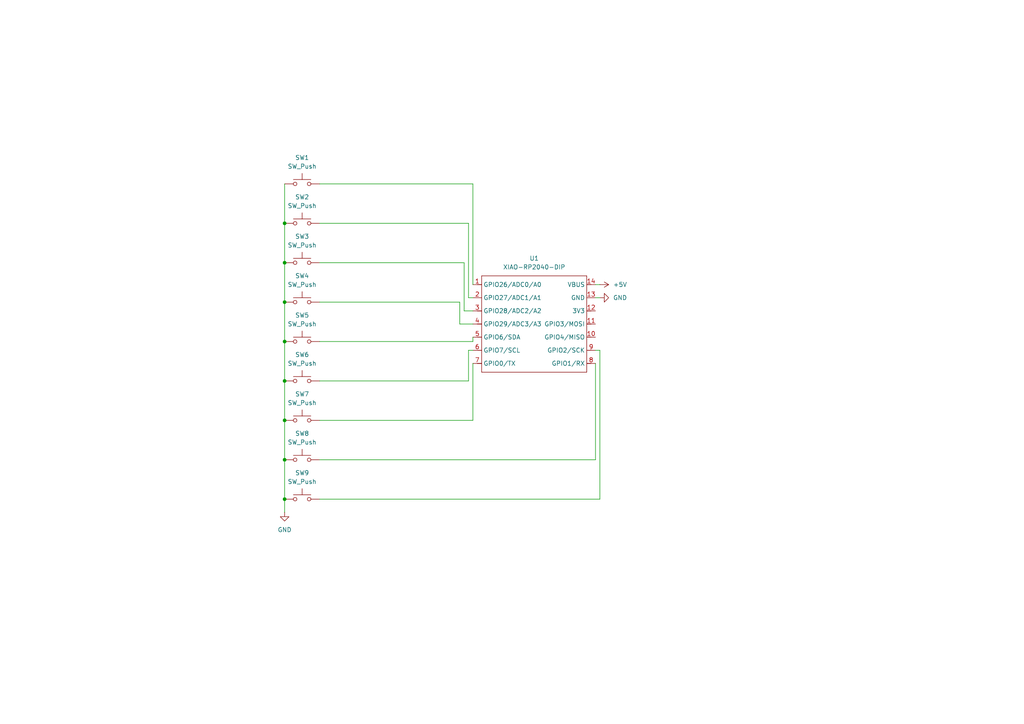
<source format=kicad_sch>
(kicad_sch (version 20250114) (generator "eeschema") (generator_version "9.0")
  (paper "A4")
  (lib_symbols
    (symbol "OPL:XIAO-RP2040-DIP"
      (property "Reference" "U" (at 0 0 0))
      (property "Value" "XIAO-RP2040-DIP" (at 5.334 -1.778 0))
      (symbol "XIAO-RP2040-DIP_1_0"
        (polyline (pts (xy -1.27 -2.54) (xy 29.21 -2.54)) (stroke (width 0.1524)))
        (polyline (pts (xy -1.27 -5.08) (xy -2.54 -5.08)) (stroke (width 0.1524)))
        (polyline (pts (xy -1.27 -5.08) (xy -1.27 -2.54)) (stroke (width 0.1524)))
        (polyline (pts (xy -1.27 -8.89) (xy -2.54 -8.89)) (stroke (width 0.1524)))
        (polyline (pts (xy -1.27 -8.89) (xy -1.27 -5.08)) (stroke (width 0.1524)))
        (polyline (pts (xy -1.27 -12.7) (xy -2.54 -12.7)) (stroke (width 0.1524)))
        (polyline (pts (xy -1.27 -12.7) (xy -1.27 -8.89)) (stroke (width 0.1524)))
        (polyline (pts (xy -1.27 -16.51) (xy -2.54 -16.51)) (stroke (width 0.1524)))
        (polyline (pts (xy -1.27 -16.51) (xy -1.27 -12.7)) (stroke (width 0.1524)))
        (polyline (pts (xy -1.27 -20.32) (xy -2.54 -20.32)) (stroke (width 0.1524)))
        (polyline (pts (xy -1.27 -24.13) (xy -2.54 -24.13)) (stroke (width 0.1524)))
        (polyline (pts (xy -1.27 -27.94) (xy -2.54 -27.94)) (stroke (width 0.1524)))
        (polyline (pts (xy -1.27 -30.48) (xy -1.27 -16.51)) (stroke (width 0.1524)))
        (polyline (pts (xy 29.21 -2.54) (xy 29.21 -5.08)) (stroke (width 0.1524)))
        (polyline (pts (xy 29.21 -5.08) (xy 29.21 -8.89)) (stroke (width 0.1524)))
        (polyline (pts (xy 29.21 -8.89) (xy 29.21 -12.7)) (stroke (width 0.1524)))
        (polyline (pts (xy 29.21 -12.7) (xy 29.21 -30.48)) (stroke (width 0.1524)))
        (polyline (pts (xy 29.21 -30.48) (xy -1.27 -30.48)) (stroke (width 0.1524)))
        (polyline (pts (xy 30.48 -5.08) (xy 29.21 -5.08)) (stroke (width 0.1524)))
        (polyline (pts (xy 30.48 -8.89) (xy 29.21 -8.89)) (stroke (width 0.1524)))
        (polyline (pts (xy 30.48 -12.7) (xy 29.21 -12.7)) (stroke (width 0.1524)))
        (polyline (pts (xy 30.48 -16.51) (xy 29.21 -16.51)) (stroke (width 0.1524)))
        (polyline (pts (xy 30.48 -20.32) (xy 29.21 -20.32)) (stroke (width 0.1524)))
        (polyline (pts (xy 30.48 -24.13) (xy 29.21 -24.13)) (stroke (width 0.1524)))
        (polyline (pts (xy 30.48 -27.94) (xy 29.21 -27.94)) (stroke (width 0.1524)))
        (pin passive line (at -3.81 -5.08 0) (length 2.54) (name "GPIO26/ADC0/A0") (number "1"))
        (pin passive line (at -3.81 -8.89 0) (length 2.54) (name "GPIO27/ADC1/A1") (number "2"))
        (pin passive line (at -3.81 -12.7 0) (length 2.54) (name "GPIO28/ADC2/A2") (number "3"))
        (pin passive line (at -3.81 -16.51 0) (length 2.54) (name "GPIO29/ADC3/A3") (number "4"))
        (pin passive line (at -3.81 -20.32 0) (length 2.54) (name "GPIO6/SDA") (number "5"))
        (pin passive line (at -3.81 -24.13 0) (length 2.54) (name "GPIO7/SCL") (number "6"))
        (pin passive line (at -3.81 -27.94 0) (length 2.54) (name "GPIO0/TX") (number "7"))
        (pin passive line (at 31.75 -5.08 180) (length 2.54) (name "VBUS") (number "14"))
        (pin passive line (at 31.75 -8.89 180) (length 2.54) (name "GND") (number "13"))
        (pin passive line (at 31.75 -12.7 180) (length 2.54) (name "3V3") (number "12"))
        (pin passive line (at 31.75 -16.51 180) (length 2.54) (name "GPIO3/MOSI") (number "11"))
        (pin passive line (at 31.75 -20.32 180) (length 2.54) (name "GPIO4/MISO") (number "10"))
        (pin passive line (at 31.75 -24.13 180) (length 2.54) (name "GPIO2/SCK") (number "9"))
        (pin passive line (at 31.75 -27.94 180) (length 2.54) (name "GPIO1/RX") (number "8"))
      )
    )
    (symbol "Switch:SW_Push" (pin_numbers (hide yes)) (pin_names (offset 1.016) (hide yes))
      (property "Reference" "SW" (at 1.27 2.54 0))
      (property "Value" "SW_Push" (at 0 -1.524 0))
      (symbol "SW_Push_0_1"
        (circle (center -2.032 0) (radius 0.508))
        (polyline (pts (xy 0 1.27) (xy 0 3.048)))
        (circle (center 2.032 0) (radius 0.508))
        (polyline (pts (xy 2.54 1.27) (xy -2.54 1.27)))
        (pin passive line (at -5.08 0 0) (length 2.54) (name "1") (number "1"))
        (pin passive line (at 5.08 0 180) (length 2.54) (name "2") (number "2"))
      )
    )
    (symbol "power:+5V" (power) (pin_numbers (hide yes)) (pin_names (offset 0) (hide yes))
      (property "Value" "+5V" (at 0 3.556 0))
      (symbol "+5V_0_1"
        (polyline (pts (xy -0.762 1.27) (xy 0 2.54)))
        (polyline (pts (xy 0 2.54) (xy 0.762 1.27)))
        (polyline (pts (xy 0 0) (xy 0 2.54)))
      )
      (symbol "+5V_1_1"
        (pin power_in line (at 0 0 90) (length 0) (name "~") (number "1"))
      )
    )
    (symbol "power:GND" (power) (pin_numbers (hide yes)) (pin_names (offset 0) (hide yes))
      (property "Value" "GND" (at 0 -3.81 0))
      (symbol "GND_0_1"
        (polyline (pts (xy 0 0) (xy 0 -1.27) (xy 1.27 -1.27) (xy 0 -2.54) (xy -1.27 -1.27) (xy 0 -1.27)))
      )
      (symbol "GND_1_1"
        (pin power_in line (at 0 0 270) (length 0) (name "~") (number "1"))
      )
    )
  )
  (junction (at 82.55 110.49))
  (junction (at 82.55 121.92))
  (junction (at 82.55 76.2))
  (junction (at 82.55 133.35))
  (junction (at 82.55 144.78))
  (junction (at 82.55 87.63))
  (junction (at 82.55 99.06))
  (junction (at 82.55 64.77))
  (wire (pts (xy 92.71 144.78) (xy 173.99 144.78)))
  (wire (pts (xy 82.55 133.35) (xy 82.55 144.78)))
  (wire (pts (xy 137.16 99.06) (xy 137.16 97.79)))
  (wire (pts (xy 134.62 76.2) (xy 134.62 90.17)))
  (wire (pts (xy 92.71 110.49) (xy 135.89 110.49)))
  (wire (pts (xy 134.62 90.17) (xy 137.16 90.17)))
  (wire (pts (xy 135.89 86.36) (xy 137.16 86.36)))
  (wire (pts (xy 173.99 101.6) (xy 172.72 101.6)))
  (wire (pts (xy 135.89 110.49) (xy 135.89 101.6)))
  (wire (pts (xy 133.35 87.63) (xy 133.35 93.98)))
  (wire (pts (xy 82.55 76.2) (xy 82.55 87.63)))
  (wire (pts (xy 137.16 121.92) (xy 92.71 121.92)))
  (wire (pts (xy 82.55 110.49) (xy 82.55 121.92)))
  (wire (pts (xy 92.71 64.77) (xy 135.89 64.77)))
  (wire (pts (xy 173.99 144.78) (xy 173.99 101.6)))
  (wire (pts (xy 82.55 99.06) (xy 82.55 110.49)))
  (wire (pts (xy 82.55 64.77) (xy 82.55 76.2)))
  (wire (pts (xy 82.55 53.34) (xy 82.55 64.77)))
  (wire (pts (xy 137.16 105.41) (xy 137.16 121.92)))
  (wire (pts (xy 137.16 53.34) (xy 137.16 82.55)))
  (wire (pts (xy 82.55 121.92) (xy 82.55 133.35)))
  (wire (pts (xy 172.72 133.35) (xy 172.72 105.41)))
  (wire (pts (xy 135.89 64.77) (xy 135.89 86.36)))
  (wire (pts (xy 133.35 93.98) (xy 137.16 93.98)))
  (wire (pts (xy 135.89 101.6) (xy 137.16 101.6)))
  (wire (pts (xy 92.71 76.2) (xy 134.62 76.2)))
  (wire (pts (xy 172.72 86.36) (xy 173.99 86.36)))
  (wire (pts (xy 92.71 99.06) (xy 137.16 99.06)))
  (wire (pts (xy 92.71 133.35) (xy 172.72 133.35)))
  (wire (pts (xy 172.72 82.55) (xy 173.99 82.55)))
  (wire (pts (xy 92.71 87.63) (xy 133.35 87.63)))
  (wire (pts (xy 82.55 144.78) (xy 82.55 148.59)))
  (wire (pts (xy 82.55 87.63) (xy 82.55 99.06)))
  (wire (pts (xy 92.71 53.34) (xy 137.16 53.34)))
  (symbol (lib_id "Switch:SW_Push") (at 87.63 76.2 0) (unit 1)
    (property "Reference" "SW3" (at 87.63 68.58 0))
    (property "Value" "SW_Push" (at 87.63 71.12 0))
    (property "Footprint" "Kailh Choc:Kailh-PG1353-Solderable-1U" (effects (hide yes)))
    (property "Description" "Push button switch, generic, two pins" (effects (hide yes)))
  )
  (symbol (lib_id "Switch:SW_Push") (at 87.63 53.34 0) (unit 1)
    (property "Reference" "SW1" (at 87.63 45.72 0))
    (property "Value" "SW_Push" (at 87.63 48.26 0))
    (property "Footprint" "Kailh Choc:Kailh-PG1353-Solderable-1U" (effects (hide yes)))
    (property "Description" "Push button switch, generic, two pins" (effects (hide yes)))
  )
  (symbol (lib_id "OPL:XIAO-RP2040-DIP") (at 140.97 77.47 0) (unit 1)
    (property "Reference" "U1" (at 154.94 74.93 0))
    (property "Value" "XIAO-RP2040-DIP" (at 154.94 77.47 0))
    (property "Footprint" "OPL:XIAO-RP2040-DIP" (effects (hide yes)))
  )
  (symbol (lib_id "power:+5V") (at 173.99 82.55 270) (unit 1)
    (property "Reference" "#PWR01" (effects (hide yes)))
    (property "Value" "+5V" (at 177.8 82.5499 90) (effects (justify left)))
    (property "Description" "Power symbol creates a global label with name \"+5V\"" (effects (hide yes)))
  )
  (symbol (lib_id "Switch:SW_Push") (at 87.63 110.49 0) (unit 1)
    (property "Reference" "SW6" (at 87.63 102.87 0))
    (property "Value" "SW_Push" (at 87.63 105.41 0))
    (property "Footprint" "Kailh Choc:Kailh-PG1353-Solderable-1U" (effects (hide yes)))
    (property "Description" "Push button switch, generic, two pins" (effects (hide yes)))
  )
  (symbol (lib_id "Switch:SW_Push") (at 87.63 144.78 0) (unit 1)
    (property "Reference" "SW9" (at 87.63 137.16 0))
    (property "Value" "SW_Push" (at 87.63 139.7 0))
    (property "Footprint" "Kailh Choc:Kailh-PG1353-Solderable-1U" (effects (hide yes)))
    (property "Description" "Push button switch, generic, two pins" (effects (hide yes)))
  )
  (symbol (lib_id "Switch:SW_Push") (at 87.63 87.63 0) (unit 1)
    (property "Reference" "SW4" (at 87.63 80.01 0))
    (property "Value" "SW_Push" (at 87.63 82.55 0))
    (property "Footprint" "Kailh Choc:Kailh-PG1353-Solderable-1U" (effects (hide yes)))
    (property "Description" "Push button switch, generic, two pins" (effects (hide yes)))
  )
  (symbol (lib_id "power:GND") (at 173.99 86.36 90) (unit 1)
    (property "Reference" "#PWR02" (effects (hide yes)))
    (property "Value" "GND" (at 177.8 86.3599 90) (effects (justify right)))
    (property "Description" "Power symbol creates a global label with name \"GND\" , ground" (effects (hide yes)))
  )
  (symbol (lib_id "Switch:SW_Push") (at 87.63 99.06 0) (unit 1)
    (property "Reference" "SW5" (at 87.63 91.44 0))
    (property "Value" "SW_Push" (at 87.63 93.98 0))
    (property "Footprint" "Kailh Choc:Kailh-PG1353-Solderable-1U" (effects (hide yes)))
    (property "Description" "Push button switch, generic, two pins" (effects (hide yes)))
  )
  (symbol (lib_id "Switch:SW_Push") (at 87.63 121.92 0) (unit 1)
    (property "Reference" "SW7" (at 87.63 114.3 0))
    (property "Value" "SW_Push" (at 87.63 116.84 0))
    (property "Footprint" "Kailh Choc:Kailh-PG1353-Solderable-1U" (effects (hide yes)))
    (property "Description" "Push button switch, generic, two pins" (effects (hide yes)))
  )
  (symbol (lib_id "Switch:SW_Push") (at 87.63 64.77 0) (unit 1)
    (property "Reference" "SW2" (at 87.63 57.15 0))
    (property "Value" "SW_Push" (at 87.63 59.69 0))
    (property "Footprint" "Kailh Choc:Kailh-PG1353-Solderable-1U" (effects (hide yes)))
    (property "Description" "Push button switch, generic, two pins" (effects (hide yes)))
  )
  (symbol (lib_id "power:GND") (at 82.55 148.59 0) (unit 1)
    (property "Reference" "#PWR03" (effects (hide yes)))
    (property "Value" "GND" (at 82.55 153.67 0))
    (property "Description" "Power symbol creates a global label with name \"GND\" , ground" (effects (hide yes)))
  )
  (symbol (lib_id "Switch:SW_Push") (at 87.63 133.35 0) (unit 1)
    (property "Reference" "SW8" (at 87.63 125.73 0))
    (property "Value" "SW_Push" (at 87.63 128.27 0))
    (property "Footprint" "Kailh Choc:Kailh-PG1353-Solderable-1U" (effects (hide yes)))
    (property "Description" "Push button switch, generic, two pins" (effects (hide yes)))
  )
)
</source>
